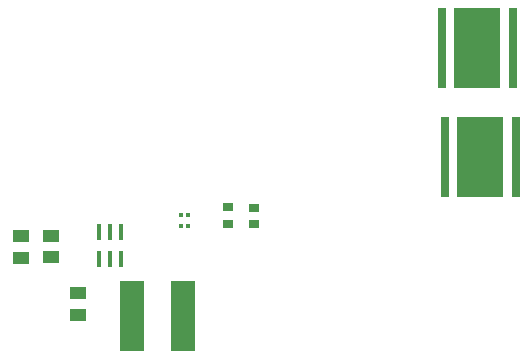
<source format=gtp>
G04*
G04 #@! TF.GenerationSoftware,Altium Limited,Altium Designer,22.10.1 (41)*
G04*
G04 Layer_Color=8421504*
%FSLAX44Y44*%
%MOMM*%
G71*
G04*
G04 #@! TF.SameCoordinates,1ED68049-6446-41C4-8790-5122A1232E00*
G04*
G04*
G04 #@! TF.FilePolarity,Positive*
G04*
G01*
G75*
%ADD13R,2.0000X6.0000*%
%ADD14R,0.3556X1.3716*%
%ADD15R,3.9000X6.7600*%
%ADD16R,0.7000X6.7600*%
%ADD17R,1.4478X1.1176*%
%ADD18R,0.9652X0.6604*%
%ADD19R,0.3556X0.3302*%
D13*
X297000Y86360D02*
D03*
X254000D02*
D03*
D14*
X244450Y134366D02*
D03*
X234950D02*
D03*
X225450D02*
D03*
Y157734D02*
D03*
X234950D02*
D03*
X244450D02*
D03*
D15*
X546100Y313309D02*
D03*
X548640Y220980D02*
D03*
D16*
X576100Y313309D02*
D03*
X516100D02*
D03*
X578640Y220980D02*
D03*
X518640D02*
D03*
D17*
X160020Y135763D02*
D03*
Y153797D02*
D03*
X208280Y105537D02*
D03*
Y87503D02*
D03*
X185420Y135890D02*
D03*
Y153924D02*
D03*
D18*
X356870Y177800D02*
D03*
Y163830D02*
D03*
X335280Y178435D02*
D03*
Y164465D02*
D03*
D19*
X301371Y171450D02*
D03*
X295529D02*
D03*
Y162560D02*
D03*
X301371D02*
D03*
M02*

</source>
